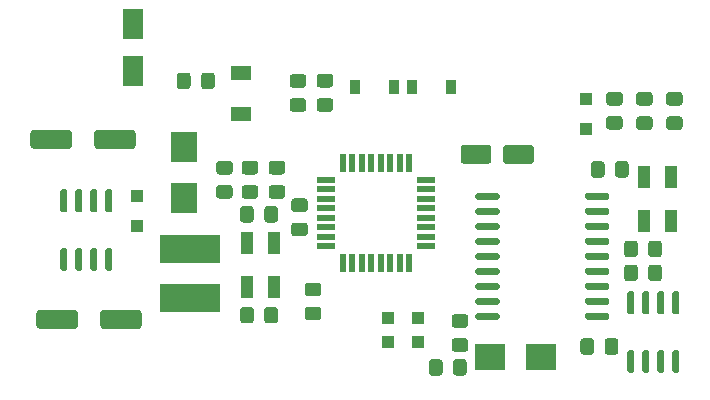
<source format=gbr>
%TF.GenerationSoftware,KiCad,Pcbnew,(5.1.6-0-10_14)*%
%TF.CreationDate,2021-11-18T21:32:24+01:00*%
%TF.ProjectId,SmartDisplay,536d6172-7444-4697-9370-6c61792e6b69,rev?*%
%TF.SameCoordinates,Original*%
%TF.FileFunction,Paste,Top*%
%TF.FilePolarity,Positive*%
%FSLAX46Y46*%
G04 Gerber Fmt 4.6, Leading zero omitted, Abs format (unit mm)*
G04 Created by KiCad (PCBNEW (5.1.6-0-10_14)) date 2021-11-18 21:32:24*
%MOMM*%
%LPD*%
G01*
G04 APERTURE LIST*
%ADD10R,0.900000X1.200000*%
%ADD11R,2.500000X2.300000*%
%ADD12R,1.800000X2.500000*%
%ADD13R,1.000000X1.000000*%
%ADD14R,1.100000X1.900000*%
%ADD15R,1.700000X1.300000*%
%ADD16R,5.100000X2.350000*%
%ADD17R,2.300000X2.500000*%
%ADD18R,0.550000X1.600000*%
%ADD19R,1.600000X0.550000*%
G04 APERTURE END LIST*
D10*
%TO.C,D5*%
X155196000Y-86360000D03*
X158496000Y-86360000D03*
%TD*%
%TO.C,D3*%
X160020000Y-86360000D03*
X163320000Y-86360000D03*
%TD*%
%TO.C,U1*%
G36*
G01*
X167444000Y-105641000D02*
X167444000Y-105941000D01*
G75*
G02*
X167294000Y-106091000I-150000J0D01*
G01*
X165544000Y-106091000D01*
G75*
G02*
X165394000Y-105941000I0J150000D01*
G01*
X165394000Y-105641000D01*
G75*
G02*
X165544000Y-105491000I150000J0D01*
G01*
X167294000Y-105491000D01*
G75*
G02*
X167444000Y-105641000I0J-150000D01*
G01*
G37*
G36*
G01*
X167444000Y-104371000D02*
X167444000Y-104671000D01*
G75*
G02*
X167294000Y-104821000I-150000J0D01*
G01*
X165544000Y-104821000D01*
G75*
G02*
X165394000Y-104671000I0J150000D01*
G01*
X165394000Y-104371000D01*
G75*
G02*
X165544000Y-104221000I150000J0D01*
G01*
X167294000Y-104221000D01*
G75*
G02*
X167444000Y-104371000I0J-150000D01*
G01*
G37*
G36*
G01*
X167444000Y-103101000D02*
X167444000Y-103401000D01*
G75*
G02*
X167294000Y-103551000I-150000J0D01*
G01*
X165544000Y-103551000D01*
G75*
G02*
X165394000Y-103401000I0J150000D01*
G01*
X165394000Y-103101000D01*
G75*
G02*
X165544000Y-102951000I150000J0D01*
G01*
X167294000Y-102951000D01*
G75*
G02*
X167444000Y-103101000I0J-150000D01*
G01*
G37*
G36*
G01*
X167444000Y-101831000D02*
X167444000Y-102131000D01*
G75*
G02*
X167294000Y-102281000I-150000J0D01*
G01*
X165544000Y-102281000D01*
G75*
G02*
X165394000Y-102131000I0J150000D01*
G01*
X165394000Y-101831000D01*
G75*
G02*
X165544000Y-101681000I150000J0D01*
G01*
X167294000Y-101681000D01*
G75*
G02*
X167444000Y-101831000I0J-150000D01*
G01*
G37*
G36*
G01*
X167444000Y-100561000D02*
X167444000Y-100861000D01*
G75*
G02*
X167294000Y-101011000I-150000J0D01*
G01*
X165544000Y-101011000D01*
G75*
G02*
X165394000Y-100861000I0J150000D01*
G01*
X165394000Y-100561000D01*
G75*
G02*
X165544000Y-100411000I150000J0D01*
G01*
X167294000Y-100411000D01*
G75*
G02*
X167444000Y-100561000I0J-150000D01*
G01*
G37*
G36*
G01*
X167444000Y-99291000D02*
X167444000Y-99591000D01*
G75*
G02*
X167294000Y-99741000I-150000J0D01*
G01*
X165544000Y-99741000D01*
G75*
G02*
X165394000Y-99591000I0J150000D01*
G01*
X165394000Y-99291000D01*
G75*
G02*
X165544000Y-99141000I150000J0D01*
G01*
X167294000Y-99141000D01*
G75*
G02*
X167444000Y-99291000I0J-150000D01*
G01*
G37*
G36*
G01*
X167444000Y-98021000D02*
X167444000Y-98321000D01*
G75*
G02*
X167294000Y-98471000I-150000J0D01*
G01*
X165544000Y-98471000D01*
G75*
G02*
X165394000Y-98321000I0J150000D01*
G01*
X165394000Y-98021000D01*
G75*
G02*
X165544000Y-97871000I150000J0D01*
G01*
X167294000Y-97871000D01*
G75*
G02*
X167444000Y-98021000I0J-150000D01*
G01*
G37*
G36*
G01*
X167444000Y-96751000D02*
X167444000Y-97051000D01*
G75*
G02*
X167294000Y-97201000I-150000J0D01*
G01*
X165544000Y-97201000D01*
G75*
G02*
X165394000Y-97051000I0J150000D01*
G01*
X165394000Y-96751000D01*
G75*
G02*
X165544000Y-96601000I150000J0D01*
G01*
X167294000Y-96601000D01*
G75*
G02*
X167444000Y-96751000I0J-150000D01*
G01*
G37*
G36*
G01*
X167444000Y-95481000D02*
X167444000Y-95781000D01*
G75*
G02*
X167294000Y-95931000I-150000J0D01*
G01*
X165544000Y-95931000D01*
G75*
G02*
X165394000Y-95781000I0J150000D01*
G01*
X165394000Y-95481000D01*
G75*
G02*
X165544000Y-95331000I150000J0D01*
G01*
X167294000Y-95331000D01*
G75*
G02*
X167444000Y-95481000I0J-150000D01*
G01*
G37*
G36*
G01*
X176744000Y-95481000D02*
X176744000Y-95781000D01*
G75*
G02*
X176594000Y-95931000I-150000J0D01*
G01*
X174844000Y-95931000D01*
G75*
G02*
X174694000Y-95781000I0J150000D01*
G01*
X174694000Y-95481000D01*
G75*
G02*
X174844000Y-95331000I150000J0D01*
G01*
X176594000Y-95331000D01*
G75*
G02*
X176744000Y-95481000I0J-150000D01*
G01*
G37*
G36*
G01*
X176744000Y-96751000D02*
X176744000Y-97051000D01*
G75*
G02*
X176594000Y-97201000I-150000J0D01*
G01*
X174844000Y-97201000D01*
G75*
G02*
X174694000Y-97051000I0J150000D01*
G01*
X174694000Y-96751000D01*
G75*
G02*
X174844000Y-96601000I150000J0D01*
G01*
X176594000Y-96601000D01*
G75*
G02*
X176744000Y-96751000I0J-150000D01*
G01*
G37*
G36*
G01*
X176744000Y-98021000D02*
X176744000Y-98321000D01*
G75*
G02*
X176594000Y-98471000I-150000J0D01*
G01*
X174844000Y-98471000D01*
G75*
G02*
X174694000Y-98321000I0J150000D01*
G01*
X174694000Y-98021000D01*
G75*
G02*
X174844000Y-97871000I150000J0D01*
G01*
X176594000Y-97871000D01*
G75*
G02*
X176744000Y-98021000I0J-150000D01*
G01*
G37*
G36*
G01*
X176744000Y-99291000D02*
X176744000Y-99591000D01*
G75*
G02*
X176594000Y-99741000I-150000J0D01*
G01*
X174844000Y-99741000D01*
G75*
G02*
X174694000Y-99591000I0J150000D01*
G01*
X174694000Y-99291000D01*
G75*
G02*
X174844000Y-99141000I150000J0D01*
G01*
X176594000Y-99141000D01*
G75*
G02*
X176744000Y-99291000I0J-150000D01*
G01*
G37*
G36*
G01*
X176744000Y-100561000D02*
X176744000Y-100861000D01*
G75*
G02*
X176594000Y-101011000I-150000J0D01*
G01*
X174844000Y-101011000D01*
G75*
G02*
X174694000Y-100861000I0J150000D01*
G01*
X174694000Y-100561000D01*
G75*
G02*
X174844000Y-100411000I150000J0D01*
G01*
X176594000Y-100411000D01*
G75*
G02*
X176744000Y-100561000I0J-150000D01*
G01*
G37*
G36*
G01*
X176744000Y-101831000D02*
X176744000Y-102131000D01*
G75*
G02*
X176594000Y-102281000I-150000J0D01*
G01*
X174844000Y-102281000D01*
G75*
G02*
X174694000Y-102131000I0J150000D01*
G01*
X174694000Y-101831000D01*
G75*
G02*
X174844000Y-101681000I150000J0D01*
G01*
X176594000Y-101681000D01*
G75*
G02*
X176744000Y-101831000I0J-150000D01*
G01*
G37*
G36*
G01*
X176744000Y-103101000D02*
X176744000Y-103401000D01*
G75*
G02*
X176594000Y-103551000I-150000J0D01*
G01*
X174844000Y-103551000D01*
G75*
G02*
X174694000Y-103401000I0J150000D01*
G01*
X174694000Y-103101000D01*
G75*
G02*
X174844000Y-102951000I150000J0D01*
G01*
X176594000Y-102951000D01*
G75*
G02*
X176744000Y-103101000I0J-150000D01*
G01*
G37*
G36*
G01*
X176744000Y-104371000D02*
X176744000Y-104671000D01*
G75*
G02*
X176594000Y-104821000I-150000J0D01*
G01*
X174844000Y-104821000D01*
G75*
G02*
X174694000Y-104671000I0J150000D01*
G01*
X174694000Y-104371000D01*
G75*
G02*
X174844000Y-104221000I150000J0D01*
G01*
X176594000Y-104221000D01*
G75*
G02*
X176744000Y-104371000I0J-150000D01*
G01*
G37*
G36*
G01*
X176744000Y-105641000D02*
X176744000Y-105941000D01*
G75*
G02*
X176594000Y-106091000I-150000J0D01*
G01*
X174844000Y-106091000D01*
G75*
G02*
X174694000Y-105941000I0J150000D01*
G01*
X174694000Y-105641000D01*
G75*
G02*
X174844000Y-105491000I150000J0D01*
G01*
X176594000Y-105491000D01*
G75*
G02*
X176744000Y-105641000I0J-150000D01*
G01*
G37*
%TD*%
D11*
%TO.C,D2*%
X166642000Y-109220000D03*
X170942000Y-109220000D03*
%TD*%
D12*
%TO.C,D8*%
X136398000Y-81026000D03*
X136398000Y-85026000D03*
%TD*%
D13*
%TO.C,D7*%
X160528000Y-107950000D03*
X158028000Y-107950000D03*
%TD*%
%TO.C,D6*%
X160528000Y-105918000D03*
X158028000Y-105918000D03*
%TD*%
%TO.C,D1*%
X174752000Y-89916000D03*
X174752000Y-87416000D03*
%TD*%
%TO.C,D10*%
X136779000Y-95631000D03*
X136779000Y-98131000D03*
%TD*%
D14*
%TO.C,Y2*%
X181991000Y-93980000D03*
X181991000Y-97680000D03*
X179691000Y-97680000D03*
X179691000Y-93980000D03*
%TD*%
%TO.C,Y1*%
X148336000Y-99568000D03*
X148336000Y-103268000D03*
X146036000Y-103268000D03*
X146036000Y-99568000D03*
%TD*%
%TO.C,R7*%
G36*
G01*
X150818001Y-86427000D02*
X149917999Y-86427000D01*
G75*
G02*
X149668000Y-86177001I0J249999D01*
G01*
X149668000Y-85526999D01*
G75*
G02*
X149917999Y-85277000I249999J0D01*
G01*
X150818001Y-85277000D01*
G75*
G02*
X151068000Y-85526999I0J-249999D01*
G01*
X151068000Y-86177001D01*
G75*
G02*
X150818001Y-86427000I-249999J0D01*
G01*
G37*
G36*
G01*
X150818001Y-88477000D02*
X149917999Y-88477000D01*
G75*
G02*
X149668000Y-88227001I0J249999D01*
G01*
X149668000Y-87576999D01*
G75*
G02*
X149917999Y-87327000I249999J0D01*
G01*
X150818001Y-87327000D01*
G75*
G02*
X151068000Y-87576999I0J-249999D01*
G01*
X151068000Y-88227001D01*
G75*
G02*
X150818001Y-88477000I-249999J0D01*
G01*
G37*
%TD*%
%TO.C,R6*%
G36*
G01*
X141273000Y-85401999D02*
X141273000Y-86302001D01*
G75*
G02*
X141023001Y-86552000I-249999J0D01*
G01*
X140372999Y-86552000D01*
G75*
G02*
X140123000Y-86302001I0J249999D01*
G01*
X140123000Y-85401999D01*
G75*
G02*
X140372999Y-85152000I249999J0D01*
G01*
X141023001Y-85152000D01*
G75*
G02*
X141273000Y-85401999I0J-249999D01*
G01*
G37*
G36*
G01*
X143323000Y-85401999D02*
X143323000Y-86302001D01*
G75*
G02*
X143073001Y-86552000I-249999J0D01*
G01*
X142422999Y-86552000D01*
G75*
G02*
X142173000Y-86302001I0J249999D01*
G01*
X142173000Y-85401999D01*
G75*
G02*
X142422999Y-85152000I249999J0D01*
G01*
X143073001Y-85152000D01*
G75*
G02*
X143323000Y-85401999I0J-249999D01*
G01*
G37*
%TD*%
D15*
%TO.C,D4*%
X145542000Y-85146000D03*
X145542000Y-88646000D03*
%TD*%
%TO.C,C11*%
G36*
G01*
X167737000Y-92625000D02*
X167737000Y-91525000D01*
G75*
G02*
X167987000Y-91275000I250000J0D01*
G01*
X170087000Y-91275000D01*
G75*
G02*
X170337000Y-91525000I0J-250000D01*
G01*
X170337000Y-92625000D01*
G75*
G02*
X170087000Y-92875000I-250000J0D01*
G01*
X167987000Y-92875000D01*
G75*
G02*
X167737000Y-92625000I0J250000D01*
G01*
G37*
G36*
G01*
X164137000Y-92625000D02*
X164137000Y-91525000D01*
G75*
G02*
X164387000Y-91275000I250000J0D01*
G01*
X166487000Y-91275000D01*
G75*
G02*
X166737000Y-91525000I0J-250000D01*
G01*
X166737000Y-92625000D01*
G75*
G02*
X166487000Y-92875000I-250000J0D01*
G01*
X164387000Y-92875000D01*
G75*
G02*
X164137000Y-92625000I0J250000D01*
G01*
G37*
%TD*%
%TO.C,C10*%
G36*
G01*
X153104001Y-86409000D02*
X152203999Y-86409000D01*
G75*
G02*
X151954000Y-86159001I0J249999D01*
G01*
X151954000Y-85508999D01*
G75*
G02*
X152203999Y-85259000I249999J0D01*
G01*
X153104001Y-85259000D01*
G75*
G02*
X153354000Y-85508999I0J-249999D01*
G01*
X153354000Y-86159001D01*
G75*
G02*
X153104001Y-86409000I-249999J0D01*
G01*
G37*
G36*
G01*
X153104001Y-88459000D02*
X152203999Y-88459000D01*
G75*
G02*
X151954000Y-88209001I0J249999D01*
G01*
X151954000Y-87558999D01*
G75*
G02*
X152203999Y-87309000I249999J0D01*
G01*
X153104001Y-87309000D01*
G75*
G02*
X153354000Y-87558999I0J-249999D01*
G01*
X153354000Y-88209001D01*
G75*
G02*
X153104001Y-88459000I-249999J0D01*
G01*
G37*
%TD*%
%TO.C,U4*%
G36*
G01*
X134216000Y-99990000D02*
X134516000Y-99990000D01*
G75*
G02*
X134666000Y-100140000I0J-150000D01*
G01*
X134666000Y-101790000D01*
G75*
G02*
X134516000Y-101940000I-150000J0D01*
G01*
X134216000Y-101940000D01*
G75*
G02*
X134066000Y-101790000I0J150000D01*
G01*
X134066000Y-100140000D01*
G75*
G02*
X134216000Y-99990000I150000J0D01*
G01*
G37*
G36*
G01*
X132946000Y-99990000D02*
X133246000Y-99990000D01*
G75*
G02*
X133396000Y-100140000I0J-150000D01*
G01*
X133396000Y-101790000D01*
G75*
G02*
X133246000Y-101940000I-150000J0D01*
G01*
X132946000Y-101940000D01*
G75*
G02*
X132796000Y-101790000I0J150000D01*
G01*
X132796000Y-100140000D01*
G75*
G02*
X132946000Y-99990000I150000J0D01*
G01*
G37*
G36*
G01*
X131676000Y-99990000D02*
X131976000Y-99990000D01*
G75*
G02*
X132126000Y-100140000I0J-150000D01*
G01*
X132126000Y-101790000D01*
G75*
G02*
X131976000Y-101940000I-150000J0D01*
G01*
X131676000Y-101940000D01*
G75*
G02*
X131526000Y-101790000I0J150000D01*
G01*
X131526000Y-100140000D01*
G75*
G02*
X131676000Y-99990000I150000J0D01*
G01*
G37*
G36*
G01*
X130406000Y-99990000D02*
X130706000Y-99990000D01*
G75*
G02*
X130856000Y-100140000I0J-150000D01*
G01*
X130856000Y-101790000D01*
G75*
G02*
X130706000Y-101940000I-150000J0D01*
G01*
X130406000Y-101940000D01*
G75*
G02*
X130256000Y-101790000I0J150000D01*
G01*
X130256000Y-100140000D01*
G75*
G02*
X130406000Y-99990000I150000J0D01*
G01*
G37*
G36*
G01*
X130406000Y-95040000D02*
X130706000Y-95040000D01*
G75*
G02*
X130856000Y-95190000I0J-150000D01*
G01*
X130856000Y-96840000D01*
G75*
G02*
X130706000Y-96990000I-150000J0D01*
G01*
X130406000Y-96990000D01*
G75*
G02*
X130256000Y-96840000I0J150000D01*
G01*
X130256000Y-95190000D01*
G75*
G02*
X130406000Y-95040000I150000J0D01*
G01*
G37*
G36*
G01*
X131676000Y-95040000D02*
X131976000Y-95040000D01*
G75*
G02*
X132126000Y-95190000I0J-150000D01*
G01*
X132126000Y-96840000D01*
G75*
G02*
X131976000Y-96990000I-150000J0D01*
G01*
X131676000Y-96990000D01*
G75*
G02*
X131526000Y-96840000I0J150000D01*
G01*
X131526000Y-95190000D01*
G75*
G02*
X131676000Y-95040000I150000J0D01*
G01*
G37*
G36*
G01*
X132946000Y-95040000D02*
X133246000Y-95040000D01*
G75*
G02*
X133396000Y-95190000I0J-150000D01*
G01*
X133396000Y-96840000D01*
G75*
G02*
X133246000Y-96990000I-150000J0D01*
G01*
X132946000Y-96990000D01*
G75*
G02*
X132796000Y-96840000I0J150000D01*
G01*
X132796000Y-95190000D01*
G75*
G02*
X132946000Y-95040000I150000J0D01*
G01*
G37*
G36*
G01*
X134216000Y-95040000D02*
X134516000Y-95040000D01*
G75*
G02*
X134666000Y-95190000I0J-150000D01*
G01*
X134666000Y-96840000D01*
G75*
G02*
X134516000Y-96990000I-150000J0D01*
G01*
X134216000Y-96990000D01*
G75*
G02*
X134066000Y-96840000I0J150000D01*
G01*
X134066000Y-95190000D01*
G75*
G02*
X134216000Y-95040000I150000J0D01*
G01*
G37*
%TD*%
D16*
%TO.C,L1*%
X141224000Y-104267000D03*
X141224000Y-100117000D03*
%TD*%
D17*
%TO.C,D9*%
X140716000Y-95758000D03*
X140716000Y-91458000D03*
%TD*%
%TO.C,C14*%
G36*
G01*
X131732000Y-105495000D02*
X131732000Y-106595000D01*
G75*
G02*
X131482000Y-106845000I-250000J0D01*
G01*
X128482000Y-106845000D01*
G75*
G02*
X128232000Y-106595000I0J250000D01*
G01*
X128232000Y-105495000D01*
G75*
G02*
X128482000Y-105245000I250000J0D01*
G01*
X131482000Y-105245000D01*
G75*
G02*
X131732000Y-105495000I0J-250000D01*
G01*
G37*
G36*
G01*
X137132000Y-105495000D02*
X137132000Y-106595000D01*
G75*
G02*
X136882000Y-106845000I-250000J0D01*
G01*
X133882000Y-106845000D01*
G75*
G02*
X133632000Y-106595000I0J250000D01*
G01*
X133632000Y-105495000D01*
G75*
G02*
X133882000Y-105245000I250000J0D01*
G01*
X136882000Y-105245000D01*
G75*
G02*
X137132000Y-105495000I0J-250000D01*
G01*
G37*
%TD*%
%TO.C,C13*%
G36*
G01*
X131224000Y-90255000D02*
X131224000Y-91355000D01*
G75*
G02*
X130974000Y-91605000I-250000J0D01*
G01*
X127974000Y-91605000D01*
G75*
G02*
X127724000Y-91355000I0J250000D01*
G01*
X127724000Y-90255000D01*
G75*
G02*
X127974000Y-90005000I250000J0D01*
G01*
X130974000Y-90005000D01*
G75*
G02*
X131224000Y-90255000I0J-250000D01*
G01*
G37*
G36*
G01*
X136624000Y-90255000D02*
X136624000Y-91355000D01*
G75*
G02*
X136374000Y-91605000I-250000J0D01*
G01*
X133374000Y-91605000D01*
G75*
G02*
X133124000Y-91355000I0J250000D01*
G01*
X133124000Y-90255000D01*
G75*
G02*
X133374000Y-90005000I250000J0D01*
G01*
X136374000Y-90005000D01*
G75*
G02*
X136624000Y-90255000I0J-250000D01*
G01*
G37*
%TD*%
%TO.C,C4*%
G36*
G01*
X176714999Y-88833000D02*
X177615001Y-88833000D01*
G75*
G02*
X177865000Y-89082999I0J-249999D01*
G01*
X177865000Y-89733001D01*
G75*
G02*
X177615001Y-89983000I-249999J0D01*
G01*
X176714999Y-89983000D01*
G75*
G02*
X176465000Y-89733001I0J249999D01*
G01*
X176465000Y-89082999D01*
G75*
G02*
X176714999Y-88833000I249999J0D01*
G01*
G37*
G36*
G01*
X176714999Y-86783000D02*
X177615001Y-86783000D01*
G75*
G02*
X177865000Y-87032999I0J-249999D01*
G01*
X177865000Y-87683001D01*
G75*
G02*
X177615001Y-87933000I-249999J0D01*
G01*
X176714999Y-87933000D01*
G75*
G02*
X176465000Y-87683001I0J249999D01*
G01*
X176465000Y-87032999D01*
G75*
G02*
X176714999Y-86783000I249999J0D01*
G01*
G37*
%TD*%
%TO.C,R5*%
G36*
G01*
X143694999Y-94675000D02*
X144595001Y-94675000D01*
G75*
G02*
X144845000Y-94924999I0J-249999D01*
G01*
X144845000Y-95575001D01*
G75*
G02*
X144595001Y-95825000I-249999J0D01*
G01*
X143694999Y-95825000D01*
G75*
G02*
X143445000Y-95575001I0J249999D01*
G01*
X143445000Y-94924999D01*
G75*
G02*
X143694999Y-94675000I249999J0D01*
G01*
G37*
G36*
G01*
X143694999Y-92625000D02*
X144595001Y-92625000D01*
G75*
G02*
X144845000Y-92874999I0J-249999D01*
G01*
X144845000Y-93525001D01*
G75*
G02*
X144595001Y-93775000I-249999J0D01*
G01*
X143694999Y-93775000D01*
G75*
G02*
X143445000Y-93525001I0J249999D01*
G01*
X143445000Y-92874999D01*
G75*
G02*
X143694999Y-92625000I249999J0D01*
G01*
G37*
%TD*%
%TO.C,R4*%
G36*
G01*
X148139999Y-94675000D02*
X149040001Y-94675000D01*
G75*
G02*
X149290000Y-94924999I0J-249999D01*
G01*
X149290000Y-95575001D01*
G75*
G02*
X149040001Y-95825000I-249999J0D01*
G01*
X148139999Y-95825000D01*
G75*
G02*
X147890000Y-95575001I0J249999D01*
G01*
X147890000Y-94924999D01*
G75*
G02*
X148139999Y-94675000I249999J0D01*
G01*
G37*
G36*
G01*
X148139999Y-92625000D02*
X149040001Y-92625000D01*
G75*
G02*
X149290000Y-92874999I0J-249999D01*
G01*
X149290000Y-93525001D01*
G75*
G02*
X149040001Y-93775000I-249999J0D01*
G01*
X148139999Y-93775000D01*
G75*
G02*
X147890000Y-93525001I0J249999D01*
G01*
X147890000Y-92874999D01*
G75*
G02*
X148139999Y-92625000I249999J0D01*
G01*
G37*
%TD*%
%TO.C,C9*%
G36*
G01*
X146754001Y-93775000D02*
X145853999Y-93775000D01*
G75*
G02*
X145604000Y-93525001I0J249999D01*
G01*
X145604000Y-92874999D01*
G75*
G02*
X145853999Y-92625000I249999J0D01*
G01*
X146754001Y-92625000D01*
G75*
G02*
X147004000Y-92874999I0J-249999D01*
G01*
X147004000Y-93525001D01*
G75*
G02*
X146754001Y-93775000I-249999J0D01*
G01*
G37*
G36*
G01*
X146754001Y-95825000D02*
X145853999Y-95825000D01*
G75*
G02*
X145604000Y-95575001I0J249999D01*
G01*
X145604000Y-94924999D01*
G75*
G02*
X145853999Y-94675000I249999J0D01*
G01*
X146754001Y-94675000D01*
G75*
G02*
X147004000Y-94924999I0J-249999D01*
G01*
X147004000Y-95575001D01*
G75*
G02*
X146754001Y-95825000I-249999J0D01*
G01*
G37*
%TD*%
%TO.C,U2*%
G36*
G01*
X182222000Y-108623000D02*
X182522000Y-108623000D01*
G75*
G02*
X182672000Y-108773000I0J-150000D01*
G01*
X182672000Y-110423000D01*
G75*
G02*
X182522000Y-110573000I-150000J0D01*
G01*
X182222000Y-110573000D01*
G75*
G02*
X182072000Y-110423000I0J150000D01*
G01*
X182072000Y-108773000D01*
G75*
G02*
X182222000Y-108623000I150000J0D01*
G01*
G37*
G36*
G01*
X180952000Y-108623000D02*
X181252000Y-108623000D01*
G75*
G02*
X181402000Y-108773000I0J-150000D01*
G01*
X181402000Y-110423000D01*
G75*
G02*
X181252000Y-110573000I-150000J0D01*
G01*
X180952000Y-110573000D01*
G75*
G02*
X180802000Y-110423000I0J150000D01*
G01*
X180802000Y-108773000D01*
G75*
G02*
X180952000Y-108623000I150000J0D01*
G01*
G37*
G36*
G01*
X179682000Y-108623000D02*
X179982000Y-108623000D01*
G75*
G02*
X180132000Y-108773000I0J-150000D01*
G01*
X180132000Y-110423000D01*
G75*
G02*
X179982000Y-110573000I-150000J0D01*
G01*
X179682000Y-110573000D01*
G75*
G02*
X179532000Y-110423000I0J150000D01*
G01*
X179532000Y-108773000D01*
G75*
G02*
X179682000Y-108623000I150000J0D01*
G01*
G37*
G36*
G01*
X178412000Y-108623000D02*
X178712000Y-108623000D01*
G75*
G02*
X178862000Y-108773000I0J-150000D01*
G01*
X178862000Y-110423000D01*
G75*
G02*
X178712000Y-110573000I-150000J0D01*
G01*
X178412000Y-110573000D01*
G75*
G02*
X178262000Y-110423000I0J150000D01*
G01*
X178262000Y-108773000D01*
G75*
G02*
X178412000Y-108623000I150000J0D01*
G01*
G37*
G36*
G01*
X178412000Y-103673000D02*
X178712000Y-103673000D01*
G75*
G02*
X178862000Y-103823000I0J-150000D01*
G01*
X178862000Y-105473000D01*
G75*
G02*
X178712000Y-105623000I-150000J0D01*
G01*
X178412000Y-105623000D01*
G75*
G02*
X178262000Y-105473000I0J150000D01*
G01*
X178262000Y-103823000D01*
G75*
G02*
X178412000Y-103673000I150000J0D01*
G01*
G37*
G36*
G01*
X179682000Y-103673000D02*
X179982000Y-103673000D01*
G75*
G02*
X180132000Y-103823000I0J-150000D01*
G01*
X180132000Y-105473000D01*
G75*
G02*
X179982000Y-105623000I-150000J0D01*
G01*
X179682000Y-105623000D01*
G75*
G02*
X179532000Y-105473000I0J150000D01*
G01*
X179532000Y-103823000D01*
G75*
G02*
X179682000Y-103673000I150000J0D01*
G01*
G37*
G36*
G01*
X180952000Y-103673000D02*
X181252000Y-103673000D01*
G75*
G02*
X181402000Y-103823000I0J-150000D01*
G01*
X181402000Y-105473000D01*
G75*
G02*
X181252000Y-105623000I-150000J0D01*
G01*
X180952000Y-105623000D01*
G75*
G02*
X180802000Y-105473000I0J150000D01*
G01*
X180802000Y-103823000D01*
G75*
G02*
X180952000Y-103673000I150000J0D01*
G01*
G37*
G36*
G01*
X182222000Y-103673000D02*
X182522000Y-103673000D01*
G75*
G02*
X182672000Y-103823000I0J-150000D01*
G01*
X182672000Y-105473000D01*
G75*
G02*
X182522000Y-105623000I-150000J0D01*
G01*
X182222000Y-105623000D01*
G75*
G02*
X182072000Y-105473000I0J150000D01*
G01*
X182072000Y-103823000D01*
G75*
G02*
X182222000Y-103673000I150000J0D01*
G01*
G37*
%TD*%
%TO.C,R3*%
G36*
G01*
X162609000Y-109658999D02*
X162609000Y-110559001D01*
G75*
G02*
X162359001Y-110809000I-249999J0D01*
G01*
X161708999Y-110809000D01*
G75*
G02*
X161459000Y-110559001I0J249999D01*
G01*
X161459000Y-109658999D01*
G75*
G02*
X161708999Y-109409000I249999J0D01*
G01*
X162359001Y-109409000D01*
G75*
G02*
X162609000Y-109658999I0J-249999D01*
G01*
G37*
G36*
G01*
X164659000Y-109658999D02*
X164659000Y-110559001D01*
G75*
G02*
X164409001Y-110809000I-249999J0D01*
G01*
X163758999Y-110809000D01*
G75*
G02*
X163509000Y-110559001I0J249999D01*
G01*
X163509000Y-109658999D01*
G75*
G02*
X163758999Y-109409000I249999J0D01*
G01*
X164409001Y-109409000D01*
G75*
G02*
X164659000Y-109658999I0J-249999D01*
G01*
G37*
%TD*%
%TO.C,R8*%
G36*
G01*
X151187999Y-104980000D02*
X152088001Y-104980000D01*
G75*
G02*
X152338000Y-105229999I0J-249999D01*
G01*
X152338000Y-105880001D01*
G75*
G02*
X152088001Y-106130000I-249999J0D01*
G01*
X151187999Y-106130000D01*
G75*
G02*
X150938000Y-105880001I0J249999D01*
G01*
X150938000Y-105229999D01*
G75*
G02*
X151187999Y-104980000I249999J0D01*
G01*
G37*
G36*
G01*
X151187999Y-102930000D02*
X152088001Y-102930000D01*
G75*
G02*
X152338000Y-103179999I0J-249999D01*
G01*
X152338000Y-103830001D01*
G75*
G02*
X152088001Y-104080000I-249999J0D01*
G01*
X151187999Y-104080000D01*
G75*
G02*
X150938000Y-103830001I0J249999D01*
G01*
X150938000Y-103179999D01*
G75*
G02*
X151187999Y-102930000I249999J0D01*
G01*
G37*
%TD*%
D18*
%TO.C,U3*%
X154172000Y-92778000D03*
X154972000Y-92778000D03*
X155772000Y-92778000D03*
X156572000Y-92778000D03*
X157372000Y-92778000D03*
X158172000Y-92778000D03*
X158972000Y-92778000D03*
X159772000Y-92778000D03*
D19*
X161222000Y-94228000D03*
X161222000Y-95028000D03*
X161222000Y-95828000D03*
X161222000Y-96628000D03*
X161222000Y-97428000D03*
X161222000Y-98228000D03*
X161222000Y-99028000D03*
X161222000Y-99828000D03*
D18*
X159772000Y-101278000D03*
X158972000Y-101278000D03*
X158172000Y-101278000D03*
X157372000Y-101278000D03*
X156572000Y-101278000D03*
X155772000Y-101278000D03*
X154972000Y-101278000D03*
X154172000Y-101278000D03*
D19*
X152722000Y-99828000D03*
X152722000Y-99028000D03*
X152722000Y-98228000D03*
X152722000Y-97428000D03*
X152722000Y-96628000D03*
X152722000Y-95828000D03*
X152722000Y-95028000D03*
X152722000Y-94228000D03*
%TD*%
%TO.C,C5*%
G36*
G01*
X176336000Y-108781001D02*
X176336000Y-107880999D01*
G75*
G02*
X176585999Y-107631000I249999J0D01*
G01*
X177236001Y-107631000D01*
G75*
G02*
X177486000Y-107880999I0J-249999D01*
G01*
X177486000Y-108781001D01*
G75*
G02*
X177236001Y-109031000I-249999J0D01*
G01*
X176585999Y-109031000D01*
G75*
G02*
X176336000Y-108781001I0J249999D01*
G01*
G37*
G36*
G01*
X174286000Y-108781001D02*
X174286000Y-107880999D01*
G75*
G02*
X174535999Y-107631000I249999J0D01*
G01*
X175186001Y-107631000D01*
G75*
G02*
X175436000Y-107880999I0J-249999D01*
G01*
X175436000Y-108781001D01*
G75*
G02*
X175186001Y-109031000I-249999J0D01*
G01*
X174535999Y-109031000D01*
G75*
G02*
X174286000Y-108781001I0J249999D01*
G01*
G37*
%TD*%
%TO.C,C1*%
G36*
G01*
X164534001Y-106747000D02*
X163633999Y-106747000D01*
G75*
G02*
X163384000Y-106497001I0J249999D01*
G01*
X163384000Y-105846999D01*
G75*
G02*
X163633999Y-105597000I249999J0D01*
G01*
X164534001Y-105597000D01*
G75*
G02*
X164784000Y-105846999I0J-249999D01*
G01*
X164784000Y-106497001D01*
G75*
G02*
X164534001Y-106747000I-249999J0D01*
G01*
G37*
G36*
G01*
X164534001Y-108797000D02*
X163633999Y-108797000D01*
G75*
G02*
X163384000Y-108547001I0J249999D01*
G01*
X163384000Y-107896999D01*
G75*
G02*
X163633999Y-107647000I249999J0D01*
G01*
X164534001Y-107647000D01*
G75*
G02*
X164784000Y-107896999I0J-249999D01*
G01*
X164784000Y-108547001D01*
G75*
G02*
X164534001Y-108797000I-249999J0D01*
G01*
G37*
%TD*%
%TO.C,C6*%
G36*
G01*
X150945001Y-96950000D02*
X150044999Y-96950000D01*
G75*
G02*
X149795000Y-96700001I0J249999D01*
G01*
X149795000Y-96049999D01*
G75*
G02*
X150044999Y-95800000I249999J0D01*
G01*
X150945001Y-95800000D01*
G75*
G02*
X151195000Y-96049999I0J-249999D01*
G01*
X151195000Y-96700001D01*
G75*
G02*
X150945001Y-96950000I-249999J0D01*
G01*
G37*
G36*
G01*
X150945001Y-99000000D02*
X150044999Y-99000000D01*
G75*
G02*
X149795000Y-98750001I0J249999D01*
G01*
X149795000Y-98099999D01*
G75*
G02*
X150044999Y-97850000I249999J0D01*
G01*
X150945001Y-97850000D01*
G75*
G02*
X151195000Y-98099999I0J-249999D01*
G01*
X151195000Y-98750001D01*
G75*
G02*
X150945001Y-99000000I-249999J0D01*
G01*
G37*
%TD*%
%TO.C,C12*%
G36*
G01*
X181794999Y-88851000D02*
X182695001Y-88851000D01*
G75*
G02*
X182945000Y-89100999I0J-249999D01*
G01*
X182945000Y-89751001D01*
G75*
G02*
X182695001Y-90001000I-249999J0D01*
G01*
X181794999Y-90001000D01*
G75*
G02*
X181545000Y-89751001I0J249999D01*
G01*
X181545000Y-89100999D01*
G75*
G02*
X181794999Y-88851000I249999J0D01*
G01*
G37*
G36*
G01*
X181794999Y-86801000D02*
X182695001Y-86801000D01*
G75*
G02*
X182945000Y-87050999I0J-249999D01*
G01*
X182945000Y-87701001D01*
G75*
G02*
X182695001Y-87951000I-249999J0D01*
G01*
X181794999Y-87951000D01*
G75*
G02*
X181545000Y-87701001I0J249999D01*
G01*
X181545000Y-87050999D01*
G75*
G02*
X181794999Y-86801000I249999J0D01*
G01*
G37*
%TD*%
%TO.C,R2*%
G36*
G01*
X179137000Y-101657999D02*
X179137000Y-102558001D01*
G75*
G02*
X178887001Y-102808000I-249999J0D01*
G01*
X178236999Y-102808000D01*
G75*
G02*
X177987000Y-102558001I0J249999D01*
G01*
X177987000Y-101657999D01*
G75*
G02*
X178236999Y-101408000I249999J0D01*
G01*
X178887001Y-101408000D01*
G75*
G02*
X179137000Y-101657999I0J-249999D01*
G01*
G37*
G36*
G01*
X181187000Y-101657999D02*
X181187000Y-102558001D01*
G75*
G02*
X180937001Y-102808000I-249999J0D01*
G01*
X180286999Y-102808000D01*
G75*
G02*
X180037000Y-102558001I0J249999D01*
G01*
X180037000Y-101657999D01*
G75*
G02*
X180286999Y-101408000I249999J0D01*
G01*
X180937001Y-101408000D01*
G75*
G02*
X181187000Y-101657999I0J-249999D01*
G01*
G37*
%TD*%
%TO.C,R1*%
G36*
G01*
X179254999Y-88851000D02*
X180155001Y-88851000D01*
G75*
G02*
X180405000Y-89100999I0J-249999D01*
G01*
X180405000Y-89751001D01*
G75*
G02*
X180155001Y-90001000I-249999J0D01*
G01*
X179254999Y-90001000D01*
G75*
G02*
X179005000Y-89751001I0J249999D01*
G01*
X179005000Y-89100999D01*
G75*
G02*
X179254999Y-88851000I249999J0D01*
G01*
G37*
G36*
G01*
X179254999Y-86801000D02*
X180155001Y-86801000D01*
G75*
G02*
X180405000Y-87050999I0J-249999D01*
G01*
X180405000Y-87701001D01*
G75*
G02*
X180155001Y-87951000I-249999J0D01*
G01*
X179254999Y-87951000D01*
G75*
G02*
X179005000Y-87701001I0J249999D01*
G01*
X179005000Y-87050999D01*
G75*
G02*
X179254999Y-86801000I249999J0D01*
G01*
G37*
%TD*%
%TO.C,C8*%
G36*
G01*
X179137000Y-99625999D02*
X179137000Y-100526001D01*
G75*
G02*
X178887001Y-100776000I-249999J0D01*
G01*
X178236999Y-100776000D01*
G75*
G02*
X177987000Y-100526001I0J249999D01*
G01*
X177987000Y-99625999D01*
G75*
G02*
X178236999Y-99376000I249999J0D01*
G01*
X178887001Y-99376000D01*
G75*
G02*
X179137000Y-99625999I0J-249999D01*
G01*
G37*
G36*
G01*
X181187000Y-99625999D02*
X181187000Y-100526001D01*
G75*
G02*
X180937001Y-100776000I-249999J0D01*
G01*
X180286999Y-100776000D01*
G75*
G02*
X180037000Y-100526001I0J249999D01*
G01*
X180037000Y-99625999D01*
G75*
G02*
X180286999Y-99376000I249999J0D01*
G01*
X180937001Y-99376000D01*
G75*
G02*
X181187000Y-99625999I0J-249999D01*
G01*
G37*
%TD*%
%TO.C,C7*%
G36*
G01*
X176325000Y-92894999D02*
X176325000Y-93795001D01*
G75*
G02*
X176075001Y-94045000I-249999J0D01*
G01*
X175424999Y-94045000D01*
G75*
G02*
X175175000Y-93795001I0J249999D01*
G01*
X175175000Y-92894999D01*
G75*
G02*
X175424999Y-92645000I249999J0D01*
G01*
X176075001Y-92645000D01*
G75*
G02*
X176325000Y-92894999I0J-249999D01*
G01*
G37*
G36*
G01*
X178375000Y-92894999D02*
X178375000Y-93795001D01*
G75*
G02*
X178125001Y-94045000I-249999J0D01*
G01*
X177474999Y-94045000D01*
G75*
G02*
X177225000Y-93795001I0J249999D01*
G01*
X177225000Y-92894999D01*
G75*
G02*
X177474999Y-92645000I249999J0D01*
G01*
X178125001Y-92645000D01*
G75*
G02*
X178375000Y-92894999I0J-249999D01*
G01*
G37*
%TD*%
%TO.C,C3*%
G36*
G01*
X147525000Y-106132001D02*
X147525000Y-105231999D01*
G75*
G02*
X147774999Y-104982000I249999J0D01*
G01*
X148425001Y-104982000D01*
G75*
G02*
X148675000Y-105231999I0J-249999D01*
G01*
X148675000Y-106132001D01*
G75*
G02*
X148425001Y-106382000I-249999J0D01*
G01*
X147774999Y-106382000D01*
G75*
G02*
X147525000Y-106132001I0J249999D01*
G01*
G37*
G36*
G01*
X145475000Y-106132001D02*
X145475000Y-105231999D01*
G75*
G02*
X145724999Y-104982000I249999J0D01*
G01*
X146375001Y-104982000D01*
G75*
G02*
X146625000Y-105231999I0J-249999D01*
G01*
X146625000Y-106132001D01*
G75*
G02*
X146375001Y-106382000I-249999J0D01*
G01*
X145724999Y-106382000D01*
G75*
G02*
X145475000Y-106132001I0J249999D01*
G01*
G37*
%TD*%
%TO.C,C2*%
G36*
G01*
X146625000Y-96704999D02*
X146625000Y-97605001D01*
G75*
G02*
X146375001Y-97855000I-249999J0D01*
G01*
X145724999Y-97855000D01*
G75*
G02*
X145475000Y-97605001I0J249999D01*
G01*
X145475000Y-96704999D01*
G75*
G02*
X145724999Y-96455000I249999J0D01*
G01*
X146375001Y-96455000D01*
G75*
G02*
X146625000Y-96704999I0J-249999D01*
G01*
G37*
G36*
G01*
X148675000Y-96704999D02*
X148675000Y-97605001D01*
G75*
G02*
X148425001Y-97855000I-249999J0D01*
G01*
X147774999Y-97855000D01*
G75*
G02*
X147525000Y-97605001I0J249999D01*
G01*
X147525000Y-96704999D01*
G75*
G02*
X147774999Y-96455000I249999J0D01*
G01*
X148425001Y-96455000D01*
G75*
G02*
X148675000Y-96704999I0J-249999D01*
G01*
G37*
%TD*%
M02*

</source>
